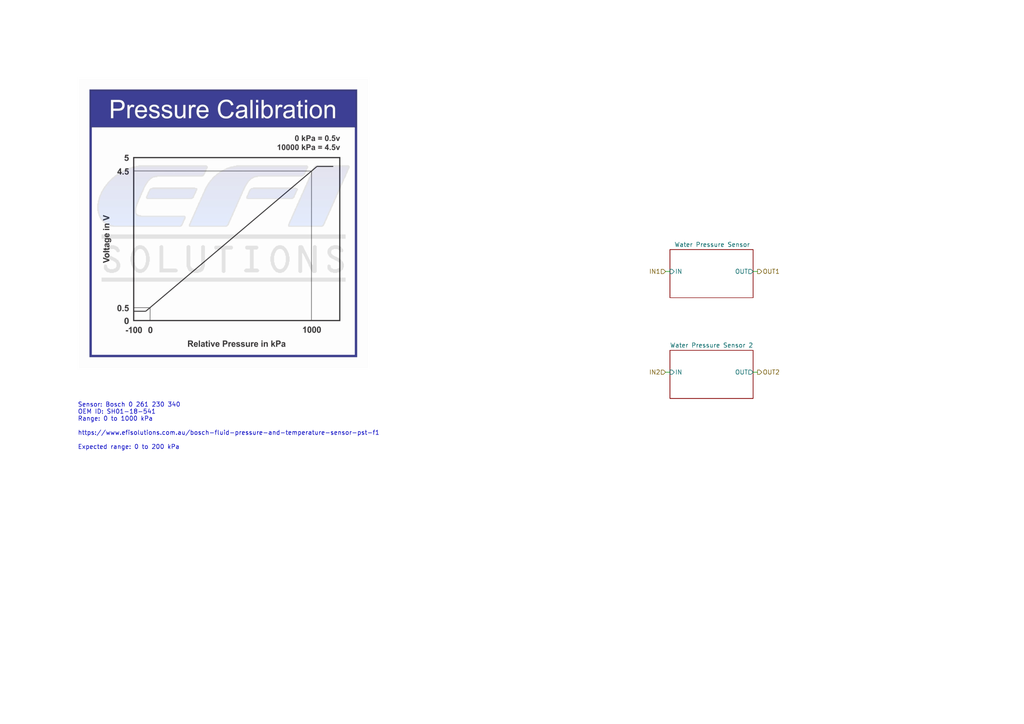
<source format=kicad_sch>
(kicad_sch (version 20230121) (generator eeschema)
  (paper "A4")
  (title_block (title "Water Pressure Sensors") (date "2023-09-20") (rev "${REVISION}") (company "Author: I. Kajdan") (comment 1 "Reviewer:"))
  (lib_symbols)
  (wire (pts (xy 218.44 78.74) (xy 219.71 78.74)))
  (wire (pts (xy 218.44 107.95) (xy 219.71 107.95)))
  (wire (pts (xy 193.04 78.74) (xy 194.31 78.74)))
  (wire (pts (xy 193.04 107.95) (xy 194.31 107.95)))
  (image (at 64.77 64.77))
  (text_box "Sensor: Bosch 0 261 230 340\nOEM ID: SH01-18-541\nRange: 0 to 1000 kPa\n\nhttps://www.efisolutions.com.au/bosch-fluid-pressure-and-temperature-sensor-pst-f1\n\nExpected range: 0 to 200 kPa" (at 21.59 115.57 0) (size 88.9 15.24) (stroke (width -0.0001)) (effects (font (size 1.27 1.27)) (justify left top)))
  (hierarchical_label "IN2" (shape input) (at 193.04 107.95 180))
  (hierarchical_label "OUT1" (shape output) (at 219.71 78.74 0))
  (hierarchical_label "OUT2" (shape output) (at 219.71 107.95 0))
  (hierarchical_label "IN1" (shape input) (at 193.04 78.74 180))
  (sheet (at 194.31 72.39) (size 24.13 13.97) (stroke (width 0.1524))
    (property "Sheetname" "Water Pressure Sensor" (at 195.58 71.6784 0) (effects (justify left bottom)))
    (property "Sheetfile" "water_pressure_sensor.kicad_sch" (effects hide))
    (pin "OUT" output (at 218.44 78.74 0))
    (pin "IN" input (at 194.31 78.74 180))
  )
  (sheet (at 194.31 101.6) (size 24.13 13.97) (stroke (width 0.1524))
    (property "Sheetname" "Water Pressure Sensor 2" (at 194.31 100.8884 0) (effects (justify left bottom)))
    (property "Sheetfile" "water_pressure_sensor.kicad_sch" (effects hide))
    (pin "OUT" output (at 218.44 107.95 0))
    (pin "IN" input (at 194.31 107.95 180))
  )
)
</source>
